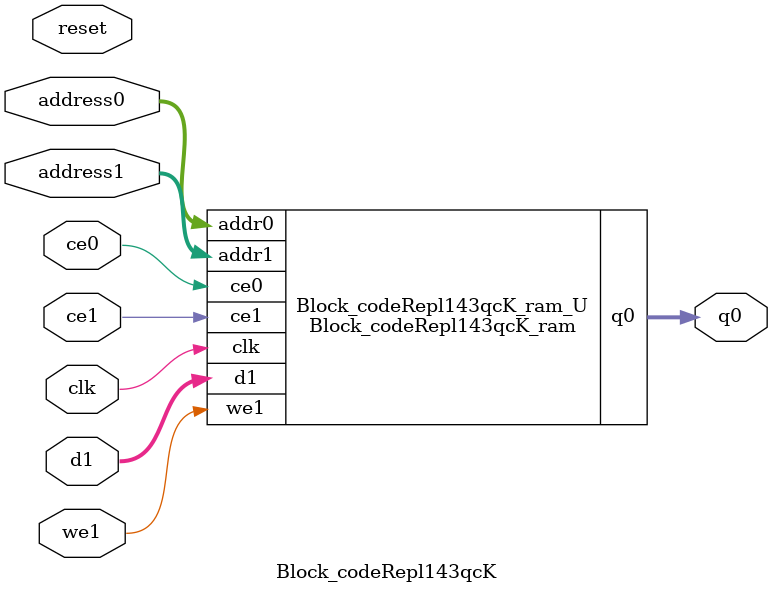
<source format=v>
`timescale 1 ns / 1 ps
module Block_codeRepl143qcK_ram (addr0, ce0, q0, addr1, ce1, d1, we1,  clk);

parameter DWIDTH = 4;
parameter AWIDTH = 4;
parameter MEM_SIZE = 16;

input[AWIDTH-1:0] addr0;
input ce0;
output reg[DWIDTH-1:0] q0;
input[AWIDTH-1:0] addr1;
input ce1;
input[DWIDTH-1:0] d1;
input we1;
input clk;

(* ram_style = "distributed" *)reg [DWIDTH-1:0] ram[0:MEM_SIZE-1];




always @(posedge clk)  
begin 
    if (ce0) begin
        q0 <= ram[addr0];
    end
end


always @(posedge clk)  
begin 
    if (ce1) begin
        if (we1) 
            ram[addr1] <= d1; 
    end
end


endmodule

`timescale 1 ns / 1 ps
module Block_codeRepl143qcK(
    reset,
    clk,
    address0,
    ce0,
    q0,
    address1,
    ce1,
    we1,
    d1);

parameter DataWidth = 32'd4;
parameter AddressRange = 32'd16;
parameter AddressWidth = 32'd4;
input reset;
input clk;
input[AddressWidth - 1:0] address0;
input ce0;
output[DataWidth - 1:0] q0;
input[AddressWidth - 1:0] address1;
input ce1;
input we1;
input[DataWidth - 1:0] d1;



Block_codeRepl143qcK_ram Block_codeRepl143qcK_ram_U(
    .clk( clk ),
    .addr0( address0 ),
    .ce0( ce0 ),
    .q0( q0 ),
    .addr1( address1 ),
    .ce1( ce1 ),
    .we1( we1 ),
    .d1( d1 ));

endmodule


</source>
